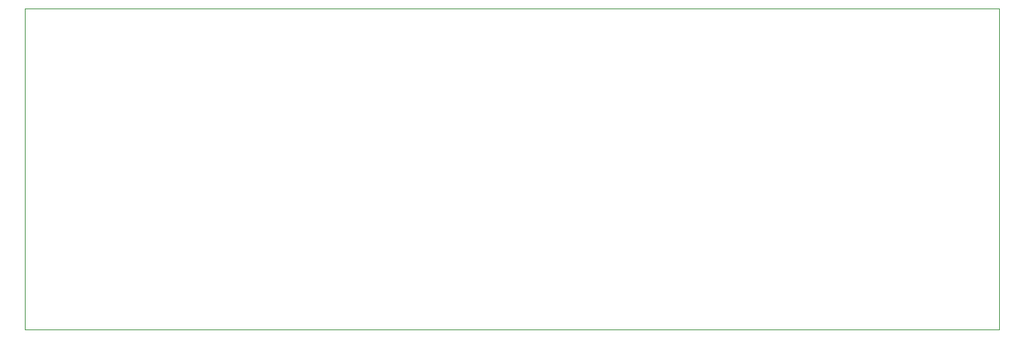
<source format=gm1>
%TF.GenerationSoftware,KiCad,Pcbnew,7.0.10-7.0.10~ubuntu22.04.1*%
%TF.CreationDate,2024-06-08T07:05:10-07:00*%
%TF.ProjectId,rf_attenuator_r3,72665f61-7474-4656-9e75-61746f725f72,rev?*%
%TF.SameCoordinates,Original*%
%TF.FileFunction,Profile,NP*%
%FSLAX46Y46*%
G04 Gerber Fmt 4.6, Leading zero omitted, Abs format (unit mm)*
G04 Created by KiCad (PCBNEW 7.0.10-7.0.10~ubuntu22.04.1) date 2024-06-08 07:05:10*
%MOMM*%
%LPD*%
G01*
G04 APERTURE LIST*
%TA.AperFunction,Profile*%
%ADD10C,0.100000*%
%TD*%
G04 APERTURE END LIST*
D10*
X81381600Y-105664000D02*
X197459600Y-105638600D01*
X197459600Y-67360800D02*
X81381600Y-67360800D01*
X197459600Y-105638600D02*
X197459600Y-67360800D01*
X81381600Y-67360800D02*
X81381600Y-105664000D01*
M02*

</source>
